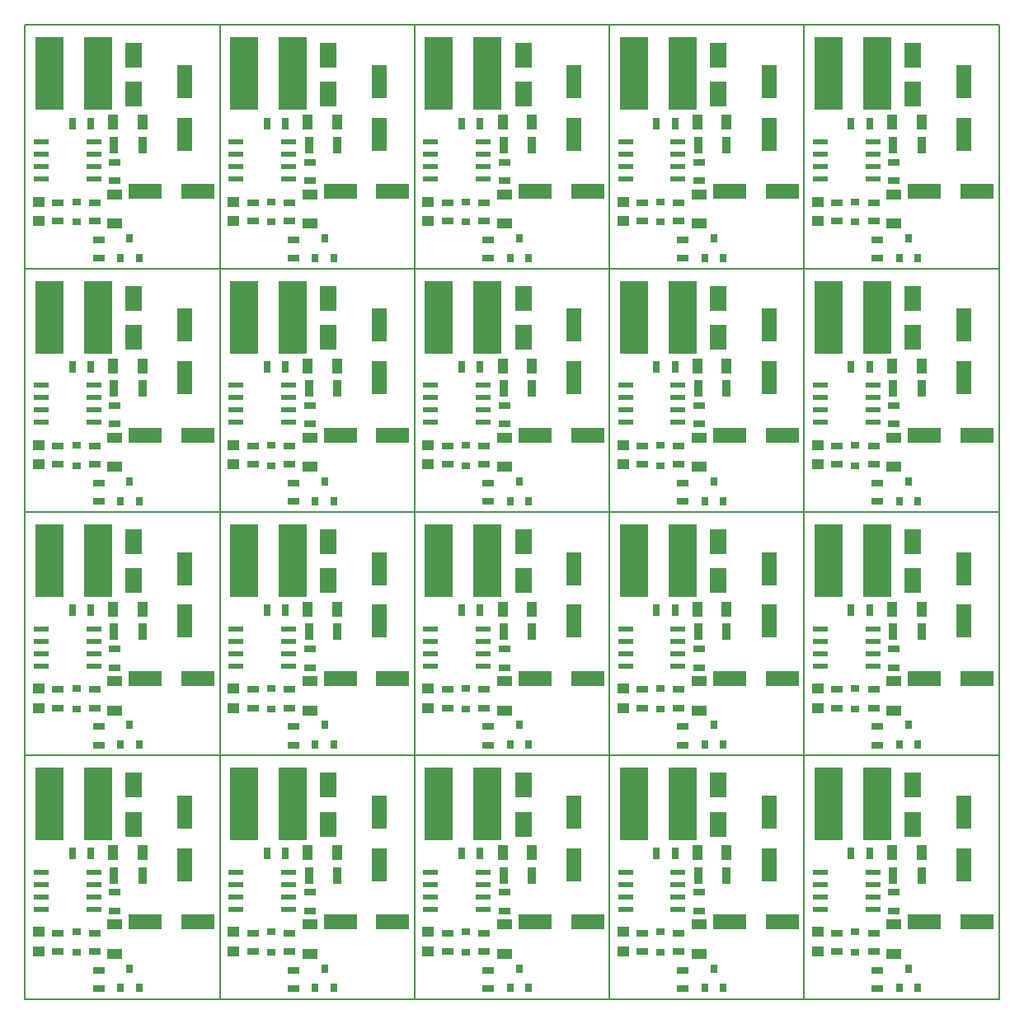
<source format=gtp>
G04 #@! TF.FileFunction,Paste,Top*
%FSLAX46Y46*%
G04 Gerber Fmt 4.6, Leading zero omitted, Abs format (unit mm)*
G04 Created by KiCad (PCBNEW 4.0.2-stable) date 11/13/2017 5:19:07 PM*
%MOMM*%
G01*
G04 APERTURE LIST*
%ADD10C,0.100000*%
%ADD11C,0.150000*%
%ADD12R,1.300000X0.700000*%
%ADD13R,1.550000X0.600000*%
%ADD14R,0.700000X1.300000*%
%ADD15R,3.000000X7.500000*%
%ADD16R,1.600000X3.500000*%
%ADD17R,1.800000X2.500000*%
%ADD18R,1.000000X1.600000*%
%ADD19R,0.900000X1.700000*%
%ADD20R,3.500000X1.600000*%
%ADD21R,1.600000X1.000000*%
%ADD22R,0.800000X0.900000*%
%ADD23R,0.900000X0.800000*%
%ADD24R,1.250000X1.000000*%
G04 APERTURE END LIST*
D10*
D11*
X110000000Y-140000000D02*
X110000000Y-115000000D01*
X90000000Y-140000000D02*
X110000000Y-140000000D01*
X110000000Y-115000000D02*
X90000000Y-115000000D01*
X90000000Y-140000000D02*
X90000000Y-115000000D01*
X110000000Y-115000000D02*
X110000000Y-140000000D01*
X130000000Y-140000000D02*
X130000000Y-115000000D01*
X110000000Y-140000000D02*
X130000000Y-140000000D01*
X130000000Y-115000000D02*
X130000000Y-140000000D01*
X130000000Y-140000000D02*
X150000000Y-140000000D01*
X130000000Y-115000000D02*
X110000000Y-115000000D01*
X150000000Y-115000000D02*
X130000000Y-115000000D01*
X150000000Y-115000000D02*
X150000000Y-140000000D01*
X170000000Y-115000000D02*
X150000000Y-115000000D01*
X150000000Y-140000000D02*
X150000000Y-115000000D01*
X150000000Y-140000000D02*
X170000000Y-140000000D01*
X170000000Y-140000000D02*
X170000000Y-115000000D01*
X70000000Y-115000000D02*
X70000000Y-140000000D01*
X90000000Y-115000000D02*
X90000000Y-140000000D01*
X70000000Y-140000000D02*
X90000000Y-140000000D01*
X90000000Y-115000000D02*
X70000000Y-115000000D01*
X110000000Y-115000000D02*
X110000000Y-90000000D01*
X90000000Y-115000000D02*
X110000000Y-115000000D01*
X110000000Y-90000000D02*
X90000000Y-90000000D01*
X90000000Y-115000000D02*
X90000000Y-90000000D01*
X110000000Y-90000000D02*
X110000000Y-115000000D01*
X130000000Y-115000000D02*
X130000000Y-90000000D01*
X110000000Y-115000000D02*
X130000000Y-115000000D01*
X130000000Y-90000000D02*
X130000000Y-115000000D01*
X130000000Y-115000000D02*
X150000000Y-115000000D01*
X130000000Y-90000000D02*
X110000000Y-90000000D01*
X150000000Y-90000000D02*
X130000000Y-90000000D01*
X150000000Y-90000000D02*
X150000000Y-115000000D01*
X170000000Y-90000000D02*
X150000000Y-90000000D01*
X150000000Y-115000000D02*
X150000000Y-90000000D01*
X150000000Y-115000000D02*
X170000000Y-115000000D01*
X170000000Y-115000000D02*
X170000000Y-90000000D01*
X70000000Y-90000000D02*
X70000000Y-115000000D01*
X90000000Y-90000000D02*
X90000000Y-115000000D01*
X70000000Y-115000000D02*
X90000000Y-115000000D01*
X90000000Y-90000000D02*
X70000000Y-90000000D01*
X110000000Y-90000000D02*
X110000000Y-65000000D01*
X90000000Y-90000000D02*
X110000000Y-90000000D01*
X110000000Y-65000000D02*
X90000000Y-65000000D01*
X90000000Y-90000000D02*
X90000000Y-65000000D01*
X110000000Y-65000000D02*
X110000000Y-90000000D01*
X130000000Y-90000000D02*
X130000000Y-65000000D01*
X110000000Y-90000000D02*
X130000000Y-90000000D01*
X130000000Y-65000000D02*
X130000000Y-90000000D01*
X130000000Y-90000000D02*
X150000000Y-90000000D01*
X130000000Y-65000000D02*
X110000000Y-65000000D01*
X150000000Y-65000000D02*
X130000000Y-65000000D01*
X150000000Y-65000000D02*
X150000000Y-90000000D01*
X170000000Y-65000000D02*
X150000000Y-65000000D01*
X150000000Y-90000000D02*
X150000000Y-65000000D01*
X150000000Y-90000000D02*
X170000000Y-90000000D01*
X170000000Y-90000000D02*
X170000000Y-65000000D01*
X70000000Y-65000000D02*
X70000000Y-90000000D01*
X90000000Y-65000000D02*
X90000000Y-90000000D01*
X70000000Y-90000000D02*
X90000000Y-90000000D01*
X90000000Y-65000000D02*
X70000000Y-65000000D01*
X150000000Y-40000000D02*
X150000000Y-65000000D01*
X170000000Y-65000000D02*
X170000000Y-40000000D01*
X170000000Y-40000000D02*
X150000000Y-40000000D01*
X150000000Y-65000000D02*
X170000000Y-65000000D01*
X130000000Y-40000000D02*
X130000000Y-65000000D01*
X150000000Y-65000000D02*
X150000000Y-40000000D01*
X150000000Y-40000000D02*
X130000000Y-40000000D01*
X130000000Y-65000000D02*
X150000000Y-65000000D01*
X110000000Y-40000000D02*
X110000000Y-65000000D01*
X130000000Y-65000000D02*
X130000000Y-40000000D01*
X130000000Y-40000000D02*
X110000000Y-40000000D01*
X110000000Y-65000000D02*
X130000000Y-65000000D01*
X90000000Y-40000000D02*
X90000000Y-65000000D01*
X110000000Y-65000000D02*
X110000000Y-40000000D01*
X110000000Y-40000000D02*
X90000000Y-40000000D01*
X90000000Y-65000000D02*
X110000000Y-65000000D01*
X90000000Y-40000000D02*
X70000000Y-40000000D01*
X90000000Y-65000000D02*
X90000000Y-40000000D01*
X70000000Y-65000000D02*
X90000000Y-65000000D01*
X70000000Y-40000000D02*
X70000000Y-65000000D01*
D12*
X159220000Y-129061200D03*
X159220000Y-130961200D03*
D13*
X151643200Y-126988600D03*
X151643200Y-128258600D03*
X151643200Y-129528600D03*
X151643200Y-130798600D03*
X157043200Y-130798600D03*
X157043200Y-129528600D03*
X157043200Y-128258600D03*
X157043200Y-126988600D03*
D14*
X154830800Y-125083600D03*
X156730800Y-125083600D03*
D15*
X157500000Y-120000000D03*
X152500000Y-120000000D03*
D16*
X166382800Y-120816400D03*
X166382800Y-126216400D03*
D17*
X161150400Y-122054400D03*
X161150400Y-118054400D03*
D18*
X159040800Y-124982000D03*
X162040800Y-124982000D03*
D19*
X162041600Y-127318800D03*
X159141600Y-127318800D03*
D20*
X162362000Y-132094000D03*
X167762000Y-132094000D03*
D21*
X159220000Y-135372000D03*
X159220000Y-132372000D03*
D12*
X157137200Y-133226800D03*
X157137200Y-135126800D03*
X157543600Y-137036800D03*
X157543600Y-138936800D03*
D22*
X159794000Y-138885200D03*
X161694000Y-138885200D03*
X160744000Y-136885200D03*
D20*
X142362000Y-132094000D03*
X147762000Y-132094000D03*
D12*
X153378000Y-133226800D03*
X153378000Y-135126800D03*
D23*
X155257600Y-133126800D03*
X155257600Y-135226800D03*
D24*
X151396800Y-133126000D03*
X151396800Y-135126000D03*
D22*
X139794000Y-138885200D03*
X141694000Y-138885200D03*
X140744000Y-136885200D03*
D19*
X142041600Y-127318800D03*
X139141600Y-127318800D03*
D17*
X141150400Y-122054400D03*
X141150400Y-118054400D03*
D16*
X146382800Y-120816400D03*
X146382800Y-126216400D03*
D18*
X139040800Y-124982000D03*
X142040800Y-124982000D03*
D16*
X106382800Y-120816400D03*
X106382800Y-126216400D03*
D18*
X99040800Y-124982000D03*
X102040800Y-124982000D03*
D17*
X101150400Y-122054400D03*
X101150400Y-118054400D03*
X81150400Y-122054400D03*
X81150400Y-118054400D03*
D15*
X77500000Y-120000000D03*
X72500000Y-120000000D03*
D14*
X74830800Y-125083600D03*
X76730800Y-125083600D03*
D19*
X82041600Y-127318800D03*
X79141600Y-127318800D03*
D18*
X79040800Y-124982000D03*
X82040800Y-124982000D03*
D12*
X79220000Y-129061200D03*
X79220000Y-130961200D03*
D13*
X71643200Y-126988600D03*
X71643200Y-128258600D03*
X71643200Y-129528600D03*
X71643200Y-130798600D03*
X77043200Y-130798600D03*
X77043200Y-129528600D03*
X77043200Y-128258600D03*
X77043200Y-126988600D03*
D21*
X79220000Y-135372000D03*
X79220000Y-132372000D03*
D12*
X93378000Y-133226800D03*
X93378000Y-135126800D03*
D23*
X95257600Y-133126800D03*
X95257600Y-135226800D03*
D24*
X91396800Y-133126000D03*
X91396800Y-135126000D03*
D20*
X82362000Y-132094000D03*
X87762000Y-132094000D03*
D22*
X79794000Y-138885200D03*
X81694000Y-138885200D03*
X80744000Y-136885200D03*
D12*
X97137200Y-133226800D03*
X97137200Y-135126800D03*
X99220000Y-129061200D03*
X99220000Y-130961200D03*
X97543600Y-137036800D03*
X97543600Y-138936800D03*
D21*
X99220000Y-135372000D03*
X99220000Y-132372000D03*
D22*
X99794000Y-138885200D03*
X101694000Y-138885200D03*
X100744000Y-136885200D03*
D20*
X102362000Y-132094000D03*
X107762000Y-132094000D03*
D19*
X102041600Y-127318800D03*
X99141600Y-127318800D03*
D14*
X94830800Y-125083600D03*
X96730800Y-125083600D03*
D15*
X97500000Y-120000000D03*
X92500000Y-120000000D03*
D13*
X91643200Y-126988600D03*
X91643200Y-128258600D03*
X91643200Y-129528600D03*
X91643200Y-130798600D03*
X97043200Y-130798600D03*
X97043200Y-129528600D03*
X97043200Y-128258600D03*
X97043200Y-126988600D03*
D16*
X86382800Y-120816400D03*
X86382800Y-126216400D03*
D12*
X77137200Y-133226800D03*
X77137200Y-135126800D03*
X77543600Y-137036800D03*
X77543600Y-138936800D03*
D23*
X75257600Y-133126800D03*
X75257600Y-135226800D03*
D12*
X73378000Y-133226800D03*
X73378000Y-135126800D03*
D24*
X71396800Y-133126000D03*
X71396800Y-135126000D03*
D12*
X133378000Y-133226800D03*
X133378000Y-135126800D03*
D21*
X139220000Y-135372000D03*
X139220000Y-132372000D03*
D12*
X139220000Y-129061200D03*
X139220000Y-130961200D03*
D13*
X131643200Y-126988600D03*
X131643200Y-128258600D03*
X131643200Y-129528600D03*
X131643200Y-130798600D03*
X137043200Y-130798600D03*
X137043200Y-129528600D03*
X137043200Y-128258600D03*
X137043200Y-126988600D03*
D14*
X134830800Y-125083600D03*
X136730800Y-125083600D03*
D15*
X137500000Y-120000000D03*
X132500000Y-120000000D03*
D19*
X122041600Y-127318800D03*
X119141600Y-127318800D03*
D18*
X119040800Y-124982000D03*
X122040800Y-124982000D03*
D16*
X126382800Y-120816400D03*
X126382800Y-126216400D03*
D17*
X121150400Y-122054400D03*
X121150400Y-118054400D03*
D12*
X119220000Y-129061200D03*
X119220000Y-130961200D03*
D13*
X111643200Y-126988600D03*
X111643200Y-128258600D03*
X111643200Y-129528600D03*
X111643200Y-130798600D03*
X117043200Y-130798600D03*
X117043200Y-129528600D03*
X117043200Y-128258600D03*
X117043200Y-126988600D03*
D14*
X114830800Y-125083600D03*
X116730800Y-125083600D03*
D15*
X117500000Y-120000000D03*
X112500000Y-120000000D03*
D22*
X119794000Y-138885200D03*
X121694000Y-138885200D03*
X120744000Y-136885200D03*
D20*
X122362000Y-132094000D03*
X127762000Y-132094000D03*
D21*
X119220000Y-135372000D03*
X119220000Y-132372000D03*
D24*
X111396800Y-133126000D03*
X111396800Y-135126000D03*
D12*
X113378000Y-133226800D03*
X113378000Y-135126800D03*
D23*
X115257600Y-133126800D03*
X115257600Y-135226800D03*
D12*
X117543600Y-137036800D03*
X117543600Y-138936800D03*
X117137200Y-133226800D03*
X117137200Y-135126800D03*
D23*
X135257600Y-133126800D03*
X135257600Y-135226800D03*
D12*
X137137200Y-133226800D03*
X137137200Y-135126800D03*
X137543600Y-137036800D03*
X137543600Y-138936800D03*
D24*
X131396800Y-133126000D03*
X131396800Y-135126000D03*
D12*
X159220000Y-104061200D03*
X159220000Y-105961200D03*
D13*
X151643200Y-101988600D03*
X151643200Y-103258600D03*
X151643200Y-104528600D03*
X151643200Y-105798600D03*
X157043200Y-105798600D03*
X157043200Y-104528600D03*
X157043200Y-103258600D03*
X157043200Y-101988600D03*
D14*
X154830800Y-100083600D03*
X156730800Y-100083600D03*
D15*
X157500000Y-95000000D03*
X152500000Y-95000000D03*
D16*
X166382800Y-95816400D03*
X166382800Y-101216400D03*
D17*
X161150400Y-97054400D03*
X161150400Y-93054400D03*
D18*
X159040800Y-99982000D03*
X162040800Y-99982000D03*
D19*
X162041600Y-102318800D03*
X159141600Y-102318800D03*
D20*
X162362000Y-107094000D03*
X167762000Y-107094000D03*
D21*
X159220000Y-110372000D03*
X159220000Y-107372000D03*
D12*
X157137200Y-108226800D03*
X157137200Y-110126800D03*
X157543600Y-112036800D03*
X157543600Y-113936800D03*
D22*
X159794000Y-113885200D03*
X161694000Y-113885200D03*
X160744000Y-111885200D03*
D20*
X142362000Y-107094000D03*
X147762000Y-107094000D03*
D12*
X153378000Y-108226800D03*
X153378000Y-110126800D03*
D23*
X155257600Y-108126800D03*
X155257600Y-110226800D03*
D24*
X151396800Y-108126000D03*
X151396800Y-110126000D03*
D22*
X139794000Y-113885200D03*
X141694000Y-113885200D03*
X140744000Y-111885200D03*
D19*
X142041600Y-102318800D03*
X139141600Y-102318800D03*
D17*
X141150400Y-97054400D03*
X141150400Y-93054400D03*
D16*
X146382800Y-95816400D03*
X146382800Y-101216400D03*
D18*
X139040800Y-99982000D03*
X142040800Y-99982000D03*
D16*
X106382800Y-95816400D03*
X106382800Y-101216400D03*
D18*
X99040800Y-99982000D03*
X102040800Y-99982000D03*
D17*
X101150400Y-97054400D03*
X101150400Y-93054400D03*
X81150400Y-97054400D03*
X81150400Y-93054400D03*
D15*
X77500000Y-95000000D03*
X72500000Y-95000000D03*
D14*
X74830800Y-100083600D03*
X76730800Y-100083600D03*
D19*
X82041600Y-102318800D03*
X79141600Y-102318800D03*
D18*
X79040800Y-99982000D03*
X82040800Y-99982000D03*
D12*
X79220000Y-104061200D03*
X79220000Y-105961200D03*
D13*
X71643200Y-101988600D03*
X71643200Y-103258600D03*
X71643200Y-104528600D03*
X71643200Y-105798600D03*
X77043200Y-105798600D03*
X77043200Y-104528600D03*
X77043200Y-103258600D03*
X77043200Y-101988600D03*
D21*
X79220000Y-110372000D03*
X79220000Y-107372000D03*
D12*
X93378000Y-108226800D03*
X93378000Y-110126800D03*
D23*
X95257600Y-108126800D03*
X95257600Y-110226800D03*
D24*
X91396800Y-108126000D03*
X91396800Y-110126000D03*
D20*
X82362000Y-107094000D03*
X87762000Y-107094000D03*
D22*
X79794000Y-113885200D03*
X81694000Y-113885200D03*
X80744000Y-111885200D03*
D12*
X97137200Y-108226800D03*
X97137200Y-110126800D03*
X99220000Y-104061200D03*
X99220000Y-105961200D03*
X97543600Y-112036800D03*
X97543600Y-113936800D03*
D21*
X99220000Y-110372000D03*
X99220000Y-107372000D03*
D22*
X99794000Y-113885200D03*
X101694000Y-113885200D03*
X100744000Y-111885200D03*
D20*
X102362000Y-107094000D03*
X107762000Y-107094000D03*
D19*
X102041600Y-102318800D03*
X99141600Y-102318800D03*
D14*
X94830800Y-100083600D03*
X96730800Y-100083600D03*
D15*
X97500000Y-95000000D03*
X92500000Y-95000000D03*
D13*
X91643200Y-101988600D03*
X91643200Y-103258600D03*
X91643200Y-104528600D03*
X91643200Y-105798600D03*
X97043200Y-105798600D03*
X97043200Y-104528600D03*
X97043200Y-103258600D03*
X97043200Y-101988600D03*
D16*
X86382800Y-95816400D03*
X86382800Y-101216400D03*
D12*
X77137200Y-108226800D03*
X77137200Y-110126800D03*
X77543600Y-112036800D03*
X77543600Y-113936800D03*
D23*
X75257600Y-108126800D03*
X75257600Y-110226800D03*
D12*
X73378000Y-108226800D03*
X73378000Y-110126800D03*
D24*
X71396800Y-108126000D03*
X71396800Y-110126000D03*
D12*
X133378000Y-108226800D03*
X133378000Y-110126800D03*
D21*
X139220000Y-110372000D03*
X139220000Y-107372000D03*
D12*
X139220000Y-104061200D03*
X139220000Y-105961200D03*
D13*
X131643200Y-101988600D03*
X131643200Y-103258600D03*
X131643200Y-104528600D03*
X131643200Y-105798600D03*
X137043200Y-105798600D03*
X137043200Y-104528600D03*
X137043200Y-103258600D03*
X137043200Y-101988600D03*
D14*
X134830800Y-100083600D03*
X136730800Y-100083600D03*
D15*
X137500000Y-95000000D03*
X132500000Y-95000000D03*
D19*
X122041600Y-102318800D03*
X119141600Y-102318800D03*
D18*
X119040800Y-99982000D03*
X122040800Y-99982000D03*
D16*
X126382800Y-95816400D03*
X126382800Y-101216400D03*
D17*
X121150400Y-97054400D03*
X121150400Y-93054400D03*
D12*
X119220000Y-104061200D03*
X119220000Y-105961200D03*
D13*
X111643200Y-101988600D03*
X111643200Y-103258600D03*
X111643200Y-104528600D03*
X111643200Y-105798600D03*
X117043200Y-105798600D03*
X117043200Y-104528600D03*
X117043200Y-103258600D03*
X117043200Y-101988600D03*
D14*
X114830800Y-100083600D03*
X116730800Y-100083600D03*
D15*
X117500000Y-95000000D03*
X112500000Y-95000000D03*
D22*
X119794000Y-113885200D03*
X121694000Y-113885200D03*
X120744000Y-111885200D03*
D20*
X122362000Y-107094000D03*
X127762000Y-107094000D03*
D21*
X119220000Y-110372000D03*
X119220000Y-107372000D03*
D24*
X111396800Y-108126000D03*
X111396800Y-110126000D03*
D12*
X113378000Y-108226800D03*
X113378000Y-110126800D03*
D23*
X115257600Y-108126800D03*
X115257600Y-110226800D03*
D12*
X117543600Y-112036800D03*
X117543600Y-113936800D03*
X117137200Y-108226800D03*
X117137200Y-110126800D03*
D23*
X135257600Y-108126800D03*
X135257600Y-110226800D03*
D12*
X137137200Y-108226800D03*
X137137200Y-110126800D03*
X137543600Y-112036800D03*
X137543600Y-113936800D03*
D24*
X131396800Y-108126000D03*
X131396800Y-110126000D03*
D12*
X159220000Y-79061200D03*
X159220000Y-80961200D03*
D13*
X151643200Y-76988600D03*
X151643200Y-78258600D03*
X151643200Y-79528600D03*
X151643200Y-80798600D03*
X157043200Y-80798600D03*
X157043200Y-79528600D03*
X157043200Y-78258600D03*
X157043200Y-76988600D03*
D14*
X154830800Y-75083600D03*
X156730800Y-75083600D03*
D15*
X157500000Y-70000000D03*
X152500000Y-70000000D03*
D16*
X166382800Y-70816400D03*
X166382800Y-76216400D03*
D17*
X161150400Y-72054400D03*
X161150400Y-68054400D03*
D18*
X159040800Y-74982000D03*
X162040800Y-74982000D03*
D19*
X162041600Y-77318800D03*
X159141600Y-77318800D03*
D20*
X162362000Y-82094000D03*
X167762000Y-82094000D03*
D21*
X159220000Y-85372000D03*
X159220000Y-82372000D03*
D12*
X157137200Y-83226800D03*
X157137200Y-85126800D03*
X157543600Y-87036800D03*
X157543600Y-88936800D03*
D22*
X159794000Y-88885200D03*
X161694000Y-88885200D03*
X160744000Y-86885200D03*
D20*
X142362000Y-82094000D03*
X147762000Y-82094000D03*
D12*
X153378000Y-83226800D03*
X153378000Y-85126800D03*
D23*
X155257600Y-83126800D03*
X155257600Y-85226800D03*
D24*
X151396800Y-83126000D03*
X151396800Y-85126000D03*
D22*
X139794000Y-88885200D03*
X141694000Y-88885200D03*
X140744000Y-86885200D03*
D19*
X142041600Y-77318800D03*
X139141600Y-77318800D03*
D17*
X141150400Y-72054400D03*
X141150400Y-68054400D03*
D16*
X146382800Y-70816400D03*
X146382800Y-76216400D03*
D18*
X139040800Y-74982000D03*
X142040800Y-74982000D03*
D16*
X106382800Y-70816400D03*
X106382800Y-76216400D03*
D18*
X99040800Y-74982000D03*
X102040800Y-74982000D03*
D17*
X101150400Y-72054400D03*
X101150400Y-68054400D03*
X81150400Y-72054400D03*
X81150400Y-68054400D03*
D15*
X77500000Y-70000000D03*
X72500000Y-70000000D03*
D14*
X74830800Y-75083600D03*
X76730800Y-75083600D03*
D19*
X82041600Y-77318800D03*
X79141600Y-77318800D03*
D18*
X79040800Y-74982000D03*
X82040800Y-74982000D03*
D12*
X79220000Y-79061200D03*
X79220000Y-80961200D03*
D13*
X71643200Y-76988600D03*
X71643200Y-78258600D03*
X71643200Y-79528600D03*
X71643200Y-80798600D03*
X77043200Y-80798600D03*
X77043200Y-79528600D03*
X77043200Y-78258600D03*
X77043200Y-76988600D03*
D21*
X79220000Y-85372000D03*
X79220000Y-82372000D03*
D12*
X93378000Y-83226800D03*
X93378000Y-85126800D03*
D23*
X95257600Y-83126800D03*
X95257600Y-85226800D03*
D24*
X91396800Y-83126000D03*
X91396800Y-85126000D03*
D20*
X82362000Y-82094000D03*
X87762000Y-82094000D03*
D22*
X79794000Y-88885200D03*
X81694000Y-88885200D03*
X80744000Y-86885200D03*
D12*
X97137200Y-83226800D03*
X97137200Y-85126800D03*
X99220000Y-79061200D03*
X99220000Y-80961200D03*
X97543600Y-87036800D03*
X97543600Y-88936800D03*
D21*
X99220000Y-85372000D03*
X99220000Y-82372000D03*
D22*
X99794000Y-88885200D03*
X101694000Y-88885200D03*
X100744000Y-86885200D03*
D20*
X102362000Y-82094000D03*
X107762000Y-82094000D03*
D19*
X102041600Y-77318800D03*
X99141600Y-77318800D03*
D14*
X94830800Y-75083600D03*
X96730800Y-75083600D03*
D15*
X97500000Y-70000000D03*
X92500000Y-70000000D03*
D13*
X91643200Y-76988600D03*
X91643200Y-78258600D03*
X91643200Y-79528600D03*
X91643200Y-80798600D03*
X97043200Y-80798600D03*
X97043200Y-79528600D03*
X97043200Y-78258600D03*
X97043200Y-76988600D03*
D16*
X86382800Y-70816400D03*
X86382800Y-76216400D03*
D12*
X77137200Y-83226800D03*
X77137200Y-85126800D03*
X77543600Y-87036800D03*
X77543600Y-88936800D03*
D23*
X75257600Y-83126800D03*
X75257600Y-85226800D03*
D12*
X73378000Y-83226800D03*
X73378000Y-85126800D03*
D24*
X71396800Y-83126000D03*
X71396800Y-85126000D03*
D12*
X133378000Y-83226800D03*
X133378000Y-85126800D03*
D21*
X139220000Y-85372000D03*
X139220000Y-82372000D03*
D12*
X139220000Y-79061200D03*
X139220000Y-80961200D03*
D13*
X131643200Y-76988600D03*
X131643200Y-78258600D03*
X131643200Y-79528600D03*
X131643200Y-80798600D03*
X137043200Y-80798600D03*
X137043200Y-79528600D03*
X137043200Y-78258600D03*
X137043200Y-76988600D03*
D14*
X134830800Y-75083600D03*
X136730800Y-75083600D03*
D15*
X137500000Y-70000000D03*
X132500000Y-70000000D03*
D19*
X122041600Y-77318800D03*
X119141600Y-77318800D03*
D18*
X119040800Y-74982000D03*
X122040800Y-74982000D03*
D16*
X126382800Y-70816400D03*
X126382800Y-76216400D03*
D17*
X121150400Y-72054400D03*
X121150400Y-68054400D03*
D12*
X119220000Y-79061200D03*
X119220000Y-80961200D03*
D13*
X111643200Y-76988600D03*
X111643200Y-78258600D03*
X111643200Y-79528600D03*
X111643200Y-80798600D03*
X117043200Y-80798600D03*
X117043200Y-79528600D03*
X117043200Y-78258600D03*
X117043200Y-76988600D03*
D14*
X114830800Y-75083600D03*
X116730800Y-75083600D03*
D15*
X117500000Y-70000000D03*
X112500000Y-70000000D03*
D22*
X119794000Y-88885200D03*
X121694000Y-88885200D03*
X120744000Y-86885200D03*
D20*
X122362000Y-82094000D03*
X127762000Y-82094000D03*
D21*
X119220000Y-85372000D03*
X119220000Y-82372000D03*
D24*
X111396800Y-83126000D03*
X111396800Y-85126000D03*
D12*
X113378000Y-83226800D03*
X113378000Y-85126800D03*
D23*
X115257600Y-83126800D03*
X115257600Y-85226800D03*
D12*
X117543600Y-87036800D03*
X117543600Y-88936800D03*
X117137200Y-83226800D03*
X117137200Y-85126800D03*
D23*
X135257600Y-83126800D03*
X135257600Y-85226800D03*
D12*
X137137200Y-83226800D03*
X137137200Y-85126800D03*
X137543600Y-87036800D03*
X137543600Y-88936800D03*
D24*
X131396800Y-83126000D03*
X131396800Y-85126000D03*
D20*
X162362000Y-57094000D03*
X167762000Y-57094000D03*
D19*
X162041600Y-52318800D03*
X159141600Y-52318800D03*
D18*
X159040800Y-49982000D03*
X162040800Y-49982000D03*
D12*
X157543600Y-62036800D03*
X157543600Y-63936800D03*
D22*
X159794000Y-63885200D03*
X161694000Y-63885200D03*
X160744000Y-61885200D03*
D12*
X157137200Y-58226800D03*
X157137200Y-60126800D03*
D21*
X159220000Y-60372000D03*
X159220000Y-57372000D03*
D17*
X161150400Y-47054400D03*
X161150400Y-43054400D03*
D15*
X157500000Y-45000000D03*
X152500000Y-45000000D03*
D16*
X166382800Y-45816400D03*
X166382800Y-51216400D03*
D14*
X154830800Y-50083600D03*
X156730800Y-50083600D03*
D13*
X151643200Y-51988600D03*
X151643200Y-53258600D03*
X151643200Y-54528600D03*
X151643200Y-55798600D03*
X157043200Y-55798600D03*
X157043200Y-54528600D03*
X157043200Y-53258600D03*
X157043200Y-51988600D03*
D23*
X155257600Y-58126800D03*
X155257600Y-60226800D03*
D12*
X159220000Y-54061200D03*
X159220000Y-55961200D03*
X153378000Y-58226800D03*
X153378000Y-60126800D03*
D24*
X151396800Y-58126000D03*
X151396800Y-60126000D03*
D20*
X142362000Y-57094000D03*
X147762000Y-57094000D03*
D19*
X142041600Y-52318800D03*
X139141600Y-52318800D03*
D18*
X139040800Y-49982000D03*
X142040800Y-49982000D03*
D12*
X137543600Y-62036800D03*
X137543600Y-63936800D03*
D22*
X139794000Y-63885200D03*
X141694000Y-63885200D03*
X140744000Y-61885200D03*
D12*
X137137200Y-58226800D03*
X137137200Y-60126800D03*
D21*
X139220000Y-60372000D03*
X139220000Y-57372000D03*
D17*
X141150400Y-47054400D03*
X141150400Y-43054400D03*
D15*
X137500000Y-45000000D03*
X132500000Y-45000000D03*
D16*
X146382800Y-45816400D03*
X146382800Y-51216400D03*
D14*
X134830800Y-50083600D03*
X136730800Y-50083600D03*
D13*
X131643200Y-51988600D03*
X131643200Y-53258600D03*
X131643200Y-54528600D03*
X131643200Y-55798600D03*
X137043200Y-55798600D03*
X137043200Y-54528600D03*
X137043200Y-53258600D03*
X137043200Y-51988600D03*
D23*
X135257600Y-58126800D03*
X135257600Y-60226800D03*
D12*
X139220000Y-54061200D03*
X139220000Y-55961200D03*
X133378000Y-58226800D03*
X133378000Y-60126800D03*
D24*
X131396800Y-58126000D03*
X131396800Y-60126000D03*
D20*
X122362000Y-57094000D03*
X127762000Y-57094000D03*
D19*
X122041600Y-52318800D03*
X119141600Y-52318800D03*
D18*
X119040800Y-49982000D03*
X122040800Y-49982000D03*
D12*
X117543600Y-62036800D03*
X117543600Y-63936800D03*
D22*
X119794000Y-63885200D03*
X121694000Y-63885200D03*
X120744000Y-61885200D03*
D12*
X117137200Y-58226800D03*
X117137200Y-60126800D03*
D21*
X119220000Y-60372000D03*
X119220000Y-57372000D03*
D17*
X121150400Y-47054400D03*
X121150400Y-43054400D03*
D15*
X117500000Y-45000000D03*
X112500000Y-45000000D03*
D16*
X126382800Y-45816400D03*
X126382800Y-51216400D03*
D14*
X114830800Y-50083600D03*
X116730800Y-50083600D03*
D13*
X111643200Y-51988600D03*
X111643200Y-53258600D03*
X111643200Y-54528600D03*
X111643200Y-55798600D03*
X117043200Y-55798600D03*
X117043200Y-54528600D03*
X117043200Y-53258600D03*
X117043200Y-51988600D03*
D23*
X115257600Y-58126800D03*
X115257600Y-60226800D03*
D12*
X119220000Y-54061200D03*
X119220000Y-55961200D03*
X113378000Y-58226800D03*
X113378000Y-60126800D03*
D24*
X111396800Y-58126000D03*
X111396800Y-60126000D03*
D20*
X102362000Y-57094000D03*
X107762000Y-57094000D03*
D19*
X102041600Y-52318800D03*
X99141600Y-52318800D03*
D18*
X99040800Y-49982000D03*
X102040800Y-49982000D03*
D12*
X97543600Y-62036800D03*
X97543600Y-63936800D03*
D22*
X99794000Y-63885200D03*
X101694000Y-63885200D03*
X100744000Y-61885200D03*
D12*
X97137200Y-58226800D03*
X97137200Y-60126800D03*
D21*
X99220000Y-60372000D03*
X99220000Y-57372000D03*
D17*
X101150400Y-47054400D03*
X101150400Y-43054400D03*
D15*
X97500000Y-45000000D03*
X92500000Y-45000000D03*
D16*
X106382800Y-45816400D03*
X106382800Y-51216400D03*
D14*
X94830800Y-50083600D03*
X96730800Y-50083600D03*
D13*
X91643200Y-51988600D03*
X91643200Y-53258600D03*
X91643200Y-54528600D03*
X91643200Y-55798600D03*
X97043200Y-55798600D03*
X97043200Y-54528600D03*
X97043200Y-53258600D03*
X97043200Y-51988600D03*
D23*
X95257600Y-58126800D03*
X95257600Y-60226800D03*
D12*
X99220000Y-54061200D03*
X99220000Y-55961200D03*
X93378000Y-58226800D03*
X93378000Y-60126800D03*
D24*
X91396800Y-58126000D03*
X91396800Y-60126000D03*
X71396800Y-58126000D03*
X71396800Y-60126000D03*
D20*
X82362000Y-57094000D03*
X87762000Y-57094000D03*
D16*
X86382800Y-45816400D03*
X86382800Y-51216400D03*
D18*
X79040800Y-49982000D03*
X82040800Y-49982000D03*
D21*
X79220000Y-60372000D03*
X79220000Y-57372000D03*
D23*
X75257600Y-58126800D03*
X75257600Y-60226800D03*
D15*
X77500000Y-45000000D03*
X72500000Y-45000000D03*
D22*
X79794000Y-63885200D03*
X81694000Y-63885200D03*
X80744000Y-61885200D03*
D14*
X74830800Y-50083600D03*
X76730800Y-50083600D03*
D19*
X82041600Y-52318800D03*
X79141600Y-52318800D03*
D12*
X79220000Y-54061200D03*
X79220000Y-55961200D03*
X73378000Y-58226800D03*
X73378000Y-60126800D03*
X77137200Y-58226800D03*
X77137200Y-60126800D03*
X77543600Y-62036800D03*
X77543600Y-63936800D03*
D13*
X71643200Y-51988600D03*
X71643200Y-53258600D03*
X71643200Y-54528600D03*
X71643200Y-55798600D03*
X77043200Y-55798600D03*
X77043200Y-54528600D03*
X77043200Y-53258600D03*
X77043200Y-51988600D03*
D17*
X81150400Y-47054400D03*
X81150400Y-43054400D03*
M02*

</source>
